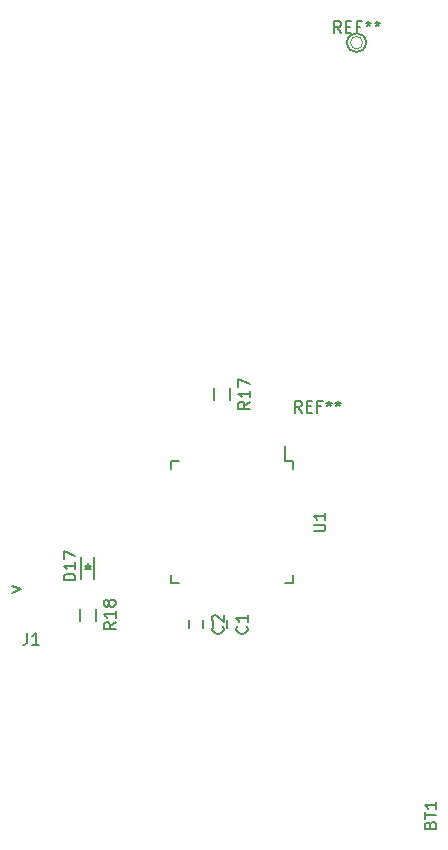
<source format=gbr>
G04 #@! TF.FileFunction,Legend,Top*
%FSLAX46Y46*%
G04 Gerber Fmt 4.6, Leading zero omitted, Abs format (unit mm)*
G04 Created by KiCad (PCBNEW 4.0.4-snap1-stable) date Wed May  1 15:14:01 2019*
%MOMM*%
%LPD*%
G01*
G04 APERTURE LIST*
%ADD10C,0.100000*%
%ADD11C,0.150000*%
G04 APERTURE END LIST*
D10*
D11*
X152495000Y-115221000D02*
X151820000Y-115221000D01*
X152495000Y-125571000D02*
X151820000Y-125571000D01*
X142145000Y-125571000D02*
X142820000Y-125571000D01*
X142145000Y-115221000D02*
X142820000Y-115221000D01*
X152495000Y-115221000D02*
X152495000Y-115896000D01*
X142145000Y-115221000D02*
X142145000Y-115896000D01*
X142145000Y-125571000D02*
X142145000Y-124896000D01*
X152495000Y-125571000D02*
X152495000Y-124896000D01*
X151820000Y-115221000D02*
X151820000Y-113946000D01*
X134427600Y-128719200D02*
X134427600Y-127719200D01*
X135777600Y-127719200D02*
X135777600Y-128719200D01*
X146904000Y-128682000D02*
X146904000Y-129382000D01*
X145704000Y-129382000D02*
X145704000Y-128682000D01*
X144872000Y-128682000D02*
X144872000Y-129382000D01*
X143672000Y-129382000D02*
X143672000Y-128682000D01*
X145806800Y-110050200D02*
X145806800Y-109050200D01*
X147156800Y-109050200D02*
X147156800Y-110050200D01*
X135652600Y-125204400D02*
X135652600Y-123304400D01*
X134552600Y-125204400D02*
X134552600Y-123304400D01*
X135102600Y-124304400D02*
X135102600Y-123854400D01*
X134852600Y-124354400D02*
X135352600Y-124354400D01*
X135102600Y-124354400D02*
X134852600Y-124104400D01*
X134852600Y-124104400D02*
X135352600Y-124104400D01*
X135352600Y-124104400D02*
X135102600Y-124354400D01*
X158664219Y-79781400D02*
G75*
G03X158664219Y-79781400I-803219J0D01*
G01*
D10*
X158382500Y-79781400D02*
G75*
G03X158382500Y-79781400I-521500J0D01*
G01*
D11*
X154222381Y-121157905D02*
X155031905Y-121157905D01*
X155127143Y-121110286D01*
X155174762Y-121062667D01*
X155222381Y-120967429D01*
X155222381Y-120776952D01*
X155174762Y-120681714D01*
X155127143Y-120634095D01*
X155031905Y-120586476D01*
X154222381Y-120586476D01*
X155222381Y-119586476D02*
X155222381Y-120157905D01*
X155222381Y-119872191D02*
X154222381Y-119872191D01*
X154365238Y-119967429D01*
X154460476Y-120062667D01*
X154508095Y-120157905D01*
X164101091Y-146017834D02*
X164148710Y-145874977D01*
X164196330Y-145827358D01*
X164291568Y-145779739D01*
X164434425Y-145779739D01*
X164529663Y-145827358D01*
X164577282Y-145874977D01*
X164624901Y-145970215D01*
X164624901Y-146351168D01*
X163624901Y-146351168D01*
X163624901Y-146017834D01*
X163672520Y-145922596D01*
X163720139Y-145874977D01*
X163815377Y-145827358D01*
X163910615Y-145827358D01*
X164005853Y-145874977D01*
X164053472Y-145922596D01*
X164101091Y-146017834D01*
X164101091Y-146351168D01*
X163624901Y-145494025D02*
X163624901Y-144922596D01*
X164624901Y-145208311D02*
X163624901Y-145208311D01*
X164624901Y-144065453D02*
X164624901Y-144636882D01*
X164624901Y-144351168D02*
X163624901Y-144351168D01*
X163767758Y-144446406D01*
X163862996Y-144541644D01*
X163910615Y-144636882D01*
X129968667Y-129746381D02*
X129968667Y-130460667D01*
X129921047Y-130603524D01*
X129825809Y-130698762D01*
X129682952Y-130746381D01*
X129587714Y-130746381D01*
X130968667Y-130746381D02*
X130397238Y-130746381D01*
X130682952Y-130746381D02*
X130682952Y-129746381D01*
X130587714Y-129889238D01*
X130492476Y-129984476D01*
X130397238Y-130032095D01*
X128651048Y-125769714D02*
X129412953Y-126055429D01*
X128651048Y-126341143D01*
X137454981Y-128862057D02*
X136978790Y-129195391D01*
X137454981Y-129433486D02*
X136454981Y-129433486D01*
X136454981Y-129052533D01*
X136502600Y-128957295D01*
X136550219Y-128909676D01*
X136645457Y-128862057D01*
X136788314Y-128862057D01*
X136883552Y-128909676D01*
X136931171Y-128957295D01*
X136978790Y-129052533D01*
X136978790Y-129433486D01*
X137454981Y-127909676D02*
X137454981Y-128481105D01*
X137454981Y-128195391D02*
X136454981Y-128195391D01*
X136597838Y-128290629D01*
X136693076Y-128385867D01*
X136740695Y-128481105D01*
X136883552Y-127338248D02*
X136835933Y-127433486D01*
X136788314Y-127481105D01*
X136693076Y-127528724D01*
X136645457Y-127528724D01*
X136550219Y-127481105D01*
X136502600Y-127433486D01*
X136454981Y-127338248D01*
X136454981Y-127147771D01*
X136502600Y-127052533D01*
X136550219Y-127004914D01*
X136645457Y-126957295D01*
X136693076Y-126957295D01*
X136788314Y-127004914D01*
X136835933Y-127052533D01*
X136883552Y-127147771D01*
X136883552Y-127338248D01*
X136931171Y-127433486D01*
X136978790Y-127481105D01*
X137074029Y-127528724D01*
X137264505Y-127528724D01*
X137359743Y-127481105D01*
X137407362Y-127433486D01*
X137454981Y-127338248D01*
X137454981Y-127147771D01*
X137407362Y-127052533D01*
X137359743Y-127004914D01*
X137264505Y-126957295D01*
X137074029Y-126957295D01*
X136978790Y-127004914D01*
X136931171Y-127052533D01*
X136883552Y-127147771D01*
X148561143Y-129198666D02*
X148608762Y-129246285D01*
X148656381Y-129389142D01*
X148656381Y-129484380D01*
X148608762Y-129627238D01*
X148513524Y-129722476D01*
X148418286Y-129770095D01*
X148227810Y-129817714D01*
X148084952Y-129817714D01*
X147894476Y-129770095D01*
X147799238Y-129722476D01*
X147704000Y-129627238D01*
X147656381Y-129484380D01*
X147656381Y-129389142D01*
X147704000Y-129246285D01*
X147751619Y-129198666D01*
X148656381Y-128246285D02*
X148656381Y-128817714D01*
X148656381Y-128532000D02*
X147656381Y-128532000D01*
X147799238Y-128627238D01*
X147894476Y-128722476D01*
X147942095Y-128817714D01*
X146529143Y-129198666D02*
X146576762Y-129246285D01*
X146624381Y-129389142D01*
X146624381Y-129484380D01*
X146576762Y-129627238D01*
X146481524Y-129722476D01*
X146386286Y-129770095D01*
X146195810Y-129817714D01*
X146052952Y-129817714D01*
X145862476Y-129770095D01*
X145767238Y-129722476D01*
X145672000Y-129627238D01*
X145624381Y-129484380D01*
X145624381Y-129389142D01*
X145672000Y-129246285D01*
X145719619Y-129198666D01*
X145719619Y-128817714D02*
X145672000Y-128770095D01*
X145624381Y-128674857D01*
X145624381Y-128436761D01*
X145672000Y-128341523D01*
X145719619Y-128293904D01*
X145814857Y-128246285D01*
X145910095Y-128246285D01*
X146052952Y-128293904D01*
X146624381Y-128865333D01*
X146624381Y-128246285D01*
X148834181Y-110193057D02*
X148357990Y-110526391D01*
X148834181Y-110764486D02*
X147834181Y-110764486D01*
X147834181Y-110383533D01*
X147881800Y-110288295D01*
X147929419Y-110240676D01*
X148024657Y-110193057D01*
X148167514Y-110193057D01*
X148262752Y-110240676D01*
X148310371Y-110288295D01*
X148357990Y-110383533D01*
X148357990Y-110764486D01*
X148834181Y-109240676D02*
X148834181Y-109812105D01*
X148834181Y-109526391D02*
X147834181Y-109526391D01*
X147977038Y-109621629D01*
X148072276Y-109716867D01*
X148119895Y-109812105D01*
X147834181Y-108907343D02*
X147834181Y-108240676D01*
X148834181Y-108669248D01*
X134054981Y-125318686D02*
X133054981Y-125318686D01*
X133054981Y-125080591D01*
X133102600Y-124937733D01*
X133197838Y-124842495D01*
X133293076Y-124794876D01*
X133483552Y-124747257D01*
X133626410Y-124747257D01*
X133816886Y-124794876D01*
X133912124Y-124842495D01*
X134007362Y-124937733D01*
X134054981Y-125080591D01*
X134054981Y-125318686D01*
X134054981Y-123794876D02*
X134054981Y-124366305D01*
X134054981Y-124080591D02*
X133054981Y-124080591D01*
X133197838Y-124175829D01*
X133293076Y-124271067D01*
X133340695Y-124366305D01*
X133054981Y-123461543D02*
X133054981Y-122794876D01*
X134054981Y-123223448D01*
X153200267Y-111112181D02*
X152866933Y-110635990D01*
X152628838Y-111112181D02*
X152628838Y-110112181D01*
X153009791Y-110112181D01*
X153105029Y-110159800D01*
X153152648Y-110207419D01*
X153200267Y-110302657D01*
X153200267Y-110445514D01*
X153152648Y-110540752D01*
X153105029Y-110588371D01*
X153009791Y-110635990D01*
X152628838Y-110635990D01*
X153628838Y-110588371D02*
X153962172Y-110588371D01*
X154105029Y-111112181D02*
X153628838Y-111112181D01*
X153628838Y-110112181D01*
X154105029Y-110112181D01*
X154866934Y-110588371D02*
X154533600Y-110588371D01*
X154533600Y-111112181D02*
X154533600Y-110112181D01*
X155009791Y-110112181D01*
X155533600Y-110112181D02*
X155533600Y-110350276D01*
X155295505Y-110255038D02*
X155533600Y-110350276D01*
X155771696Y-110255038D01*
X155390743Y-110540752D02*
X155533600Y-110350276D01*
X155676458Y-110540752D01*
X156295505Y-110112181D02*
X156295505Y-110350276D01*
X156057410Y-110255038D02*
X156295505Y-110350276D01*
X156533601Y-110255038D01*
X156152648Y-110540752D02*
X156295505Y-110350276D01*
X156438363Y-110540752D01*
X156527667Y-78966321D02*
X156194333Y-78490130D01*
X155956238Y-78966321D02*
X155956238Y-77966321D01*
X156337191Y-77966321D01*
X156432429Y-78013940D01*
X156480048Y-78061559D01*
X156527667Y-78156797D01*
X156527667Y-78299654D01*
X156480048Y-78394892D01*
X156432429Y-78442511D01*
X156337191Y-78490130D01*
X155956238Y-78490130D01*
X156956238Y-78442511D02*
X157289572Y-78442511D01*
X157432429Y-78966321D02*
X156956238Y-78966321D01*
X156956238Y-77966321D01*
X157432429Y-77966321D01*
X158194334Y-78442511D02*
X157861000Y-78442511D01*
X157861000Y-78966321D02*
X157861000Y-77966321D01*
X158337191Y-77966321D01*
X158861000Y-77966321D02*
X158861000Y-78204416D01*
X158622905Y-78109178D02*
X158861000Y-78204416D01*
X159099096Y-78109178D01*
X158718143Y-78394892D02*
X158861000Y-78204416D01*
X159003858Y-78394892D01*
X159622905Y-77966321D02*
X159622905Y-78204416D01*
X159384810Y-78109178D02*
X159622905Y-78204416D01*
X159861001Y-78109178D01*
X159480048Y-78394892D02*
X159622905Y-78204416D01*
X159765763Y-78394892D01*
M02*

</source>
